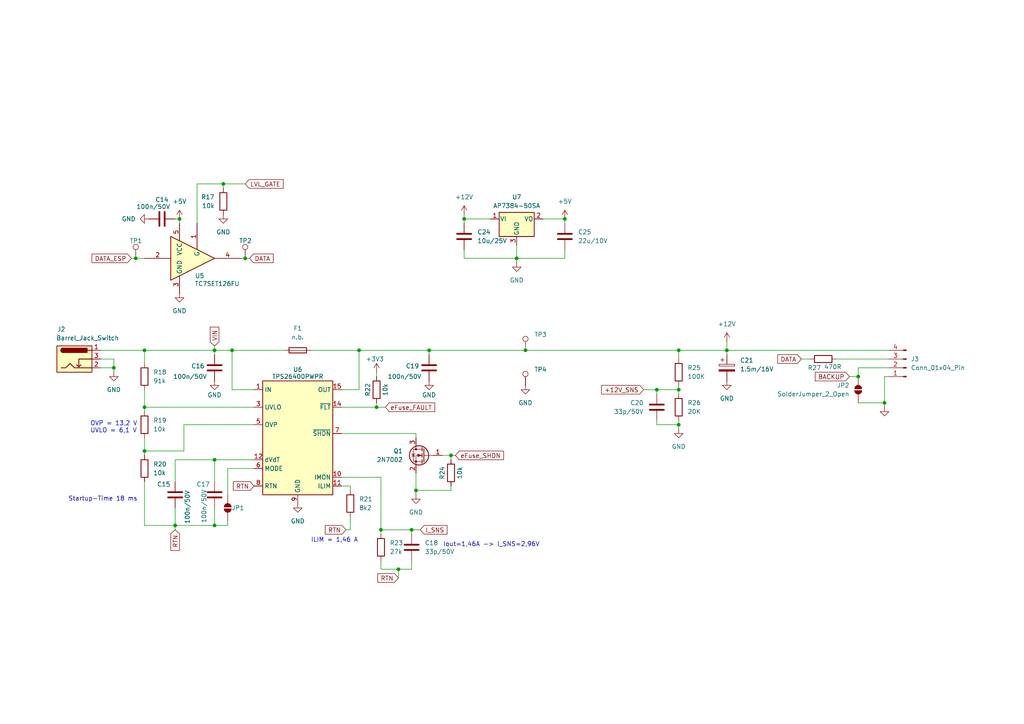
<source format=kicad_sch>
(kicad_sch (version 20231120) (generator "eeschema") (generator_version "8.0")
  (paper "A4")
  (lib_symbols
    (symbol "Connector:Barrel_Jack_Switch" (pin_names hide)
      (property "Reference" "J" (at 0 5.334 0))
      (property "Value" "Barrel_Jack_Switch" (at 0 -5.08 0))
      (symbol "Barrel_Jack_Switch_0_1"
        (rectangle (start -5.08 3.81) (end 5.08 -3.81) (stroke (width 0.254)) (fill (type background)))
        (arc (start -3.302 3.175) (mid -3.9343 2.54) (end -3.302 1.905) (stroke (width 0.254)))
        (arc (start -3.302 3.175) (mid -3.9343 2.54) (end -3.302 1.905) (stroke (width 0.254)) (fill (type outline)))
        (polyline (pts (xy 1.27 -2.286) (xy 1.905 -1.651)) (stroke (width 0.254)))
        (polyline (pts (xy 5.08 2.54) (xy 3.81 2.54)) (stroke (width 0.254)))
        (polyline (pts (xy 5.08 0) (xy 1.27 0) (xy 1.27 -2.286) (xy 0.635 -1.651)) (stroke (width 0.254)))
        (polyline (pts (xy -3.81 -2.54) (xy -2.54 -2.54) (xy -1.27 -1.27) (xy 0 -2.54) (xy 2.54 -2.54) (xy 5.08 -2.54)) (stroke (width 0.254)))
        (rectangle (start 3.683 3.175) (end -3.302 1.905) (stroke (width 0.254)) (fill (type outline)))
      )
      (symbol "Barrel_Jack_Switch_1_1"
        (pin passive line (at 7.62 2.54 180) (length 2.54) (name "~") (number "1"))
        (pin passive line (at 7.62 -2.54 180) (length 2.54) (name "~") (number "2"))
        (pin passive line (at 7.62 0 180) (length 2.54) (name "~") (number "3"))
      )
    )
    (symbol "Connector:Conn_01x04_Pin" (pin_names (offset 1.016) hide)
      (property "Reference" "J" (at 0 5.08 0))
      (property "Value" "Conn_01x04_Pin" (at 0 -7.62 0))
      (symbol "Conn_01x04_Pin_1_1"
        (polyline (pts (xy 1.27 -5.08) (xy 0.8636 -5.08)) (stroke (width 0.1524)))
        (polyline (pts (xy 1.27 -2.54) (xy 0.8636 -2.54)) (stroke (width 0.1524)))
        (polyline (pts (xy 1.27 0) (xy 0.8636 0)) (stroke (width 0.1524)))
        (polyline (pts (xy 1.27 2.54) (xy 0.8636 2.54)) (stroke (width 0.1524)))
        (rectangle (start 0.8636 -4.953) (end 0 -5.207) (stroke (width 0.1524)) (fill (type outline)))
        (rectangle (start 0.8636 -2.413) (end 0 -2.667) (stroke (width 0.1524)) (fill (type outline)))
        (rectangle (start 0.8636 0.127) (end 0 -0.127) (stroke (width 0.1524)) (fill (type outline)))
        (rectangle (start 0.8636 2.667) (end 0 2.413) (stroke (width 0.1524)) (fill (type outline)))
        (pin passive line (at 5.08 2.54 180) (length 3.81) (name "Pin_1") (number "1"))
        (pin passive line (at 5.08 0 180) (length 3.81) (name "Pin_2") (number "2"))
        (pin passive line (at 5.08 -2.54 180) (length 3.81) (name "Pin_3") (number "3"))
        (pin passive line (at 5.08 -5.08 180) (length 3.81) (name "Pin_4") (number "4"))
      )
    )
    (symbol "Connector:TestPoint" (pin_numbers hide) (pin_names (offset 0.762) hide)
      (property "Reference" "TP" (at 0 6.858 0))
      (property "Value" "TestPoint" (at 0 5.08 0))
      (symbol "TestPoint_0_1"
        (circle (center 0 3.302) (radius 0.762))
      )
      (symbol "TestPoint_1_1"
        (pin passive line (at 0 0 90) (length 2.54) (name "1") (number "1"))
      )
    )
    (symbol "Device:C" (pin_numbers hide) (pin_names (offset 0.254))
      (property "Reference" "C" (at 0.635 2.54 0))
      (property "Value" "C" (at 0.635 -2.54 0))
      (symbol "C_0_1"
        (polyline (pts (xy -2.032 -0.762) (xy 2.032 -0.762)) (stroke (width 0.508)))
        (polyline (pts (xy -2.032 0.762) (xy 2.032 0.762)) (stroke (width 0.508)))
      )
      (symbol "C_1_1"
        (pin passive line (at 0 3.81 270) (length 2.794) (name "~") (number "1"))
        (pin passive line (at 0 -3.81 90) (length 2.794) (name "~") (number "2"))
      )
    )
    (symbol "Device:C_Polarized" (pin_numbers hide) (pin_names (offset 0.254))
      (property "Reference" "C" (at 0.635 2.54 0))
      (property "Value" "C_Polarized" (at 0.635 -2.54 0))
      (symbol "C_Polarized_0_1"
        (rectangle (start -2.286 0.508) (end 2.286 1.016))
        (polyline (pts (xy -1.778 2.286) (xy -0.762 2.286)))
        (polyline (pts (xy -1.27 2.794) (xy -1.27 1.778)))
        (rectangle (start 2.286 -0.508) (end -2.286 -1.016) (fill (type outline)))
      )
      (symbol "C_Polarized_1_1"
        (pin passive line (at 0 3.81 270) (length 2.794) (name "~") (number "1"))
        (pin passive line (at 0 -3.81 90) (length 2.794) (name "~") (number "2"))
      )
    )
    (symbol "Device:Fuse" (pin_numbers hide) (pin_names (offset 0))
      (property "Reference" "F" (at 2.032 0 90))
      (property "Value" "Fuse" (at -1.905 0 90))
      (symbol "Fuse_0_1"
        (rectangle (start -0.762 -2.54) (end 0.762 2.54) (stroke (width 0.254)))
        (polyline (pts (xy 0 2.54) (xy 0 -2.54)))
      )
      (symbol "Fuse_1_1"
        (pin passive line (at 0 3.81 270) (length 1.27) (name "~") (number "1"))
        (pin passive line (at 0 -3.81 90) (length 1.27) (name "~") (number "2"))
      )
    )
    (symbol "Device:R" (pin_numbers hide) (pin_names (offset 0))
      (property "Reference" "R" (at 2.032 0 90))
      (property "Value" "R" (at 0 0 90))
      (symbol "R_0_1"
        (rectangle (start -1.016 -2.54) (end 1.016 2.54) (stroke (width 0.254)))
      )
      (symbol "R_1_1"
        (pin passive line (at 0 3.81 270) (length 1.27) (name "~") (number "1"))
        (pin passive line (at 0 -3.81 90) (length 1.27) (name "~") (number "2"))
      )
    )
    (symbol "HWMod_Sym:TC7SET126FU"
      (property "Reference" "U" (at -0.762 -5.588 0))
      (property "Value" "TC7SET126FU" (at 0 0 0))
      (symbol "TC7SET126FU_0_1"
        (polyline (pts (xy -7.62 6.35) (xy -7.62 -6.35) (xy 5.08 0) (xy -7.62 6.35)) (stroke (width 0.254)) (fill (type background)))
      )
      (symbol "TC7SET126FU_1_1"
        (pin input line (at 0 10.16 270) (length 7.62) (name "G") (number "1"))
        (pin input line (at -15.24 0 0) (length 7.62) (name "~") (number "2"))
        (pin power_in line (at -5.08 -10.16 90) (length 5.08) (name "GND") (number "3"))
        (pin tri_state line (at 12.7 0 180) (length 7.62) (name "~") (number "4"))
        (pin power_in line (at -5.08 10.16 270) (length 5.08) (name "VCC") (number "5"))
      )
    )
    (symbol "HWMod_Sym:TPS26400PWPR"
      (property "Reference" "U" (at -8.89 16.51 0))
      (property "Value" "TPS26400PWPR" (at 7.62 16.51 0))
      (symbol "TPS26400PWPR_0_1"
        (rectangle (start -10.16 15.24) (end 10.16 -17.78) (stroke (width 0.254)) (fill (type background)))
      )
      (symbol "TPS26400PWPR_1_0"
        (pin passive line (at -12.7 -15.24 0) (length 2.54) hide (name "RTN") (number "17"))
      )
      (symbol "TPS26400PWPR_1_1"
        (pin input line (at -12.7 12.7 0) (length 2.54) (name "IN") (number "1"))
        (pin passive line (at 12.7 -12.7 180) (length 2.54) (name "IMON") (number "10"))
        (pin passive line (at 12.7 -15.24 180) (length 2.54) (name "ILIM") (number "11"))
        (pin passive line (at -12.7 -7.62 0) (length 2.54) (name "dVdT") (number "12"))
        (pin no_connect line (at 0 -6.35 0) (length 2.54) hide (name "NC") (number "13"))
        (pin output line (at 12.7 7.62 180) (length 2.54) (name "~{FLT}") (number "14"))
        (pin output line (at 12.7 12.7 180) (length 2.54) (name "OUT") (number "15"))
        (pin output line (at 12.7 12.7 180) (length 2.54) hide (name "OUT") (number "16"))
        (pin input line (at -12.7 12.7 0) (length 2.54) hide (name "IN") (number "2"))
        (pin passive line (at -12.7 7.62 0) (length 2.54) (name "UVLO") (number "3"))
        (pin no_connect line (at 0 -6.35 0) (length 2.54) hide (name "NC") (number "4"))
        (pin passive line (at -12.7 2.54 0) (length 2.54) (name "OVP") (number "5"))
        (pin passive line (at -12.7 -10.16 0) (length 2.54) (name "MODE") (number "6"))
        (pin passive line (at 12.7 0 180) (length 2.54) (name "~{SHDN}") (number "7"))
        (pin passive line (at -12.7 -15.24 0) (length 2.54) (name "RTN") (number "8"))
        (pin power_in line (at 0 -20.32 90) (length 2.54) (name "GND") (number "9"))
      )
    )
    (symbol "Jumper:SolderJumper_2_Open" (pin_numbers hide) (pin_names (offset 0) hide) (exclude_from_sim yes) (in_bom no)
      (property "Reference" "JP" (at 0 2.032 0))
      (property "Value" "SolderJumper_2_Open" (at 0 -2.54 0))
      (symbol "SolderJumper_2_Open_0_1"
        (arc (start -0.254 1.016) (mid -1.2656 0) (end -0.254 -1.016))
        (arc (start -0.254 1.016) (mid -1.2656 0) (end -0.254 -1.016) (fill (type outline)))
        (polyline (pts (xy -0.254 1.016) (xy -0.254 -1.016)))
        (polyline (pts (xy 0.254 1.016) (xy 0.254 -1.016)))
        (arc (start 0.254 -1.016) (mid 1.2656 0) (end 0.254 1.016))
        (arc (start 0.254 -1.016) (mid 1.2656 0) (end 0.254 1.016) (fill (type outline)))
      )
      (symbol "SolderJumper_2_Open_1_1"
        (pin passive line (at -3.81 0 0) (length 2.54) (name "A") (number "1"))
        (pin passive line (at 3.81 0 180) (length 2.54) (name "B") (number "2"))
      )
    )
    (symbol "Regulator_Linear:AP7384-50SA" (pin_names (offset 0.254))
      (property "Reference" "U" (at -3.81 3.175 0))
      (property "Value" "AP7384-50SA" (at 0 3.175 0))
      (symbol "AP7384-50SA_0_1"
        (rectangle (start -5.08 1.905) (end 5.08 -5.08) (stroke (width 0.254)) (fill (type background)))
      )
      (symbol "AP7384-50SA_1_1"
        (pin power_in line (at -7.62 0 0) (length 2.54) (name "VI") (number "1"))
        (pin power_out line (at 7.62 0 180) (length 2.54) (name "VO") (number "2"))
        (pin power_in line (at 0 -7.62 90) (length 2.54) (name "GND") (number "3"))
      )
    )
    (symbol "Transistor_FET:2N7002" (pin_names hide)
      (property "Reference" "Q" (at 5.08 1.905 0))
      (property "Value" "2N7002" (at 5.08 0 0))
      (symbol "2N7002_0_1"
        (polyline (pts (xy 0.254 0) (xy -2.54 0)))
        (polyline (pts (xy 0.254 1.905) (xy 0.254 -1.905)) (stroke (width 0.254)))
        (polyline (pts (xy 0.762 -1.27) (xy 0.762 -2.286)) (stroke (width 0.254)))
        (polyline (pts (xy 0.762 0.508) (xy 0.762 -0.508)) (stroke (width 0.254)))
        (polyline (pts (xy 0.762 2.286) (xy 0.762 1.27)) (stroke (width 0.254)))
        (polyline (pts (xy 2.54 2.54) (xy 2.54 1.778)))
        (polyline (pts (xy 2.54 -2.54) (xy 2.54 0) (xy 0.762 0)))
        (polyline (pts (xy 0.762 -1.778) (xy 3.302 -1.778) (xy 3.302 1.778) (xy 0.762 1.778)))
        (polyline (pts (xy 1.016 0) (xy 2.032 0.381) (xy 2.032 -0.381) (xy 1.016 0)) (fill (type outline)))
        (polyline (pts (xy 2.794 0.508) (xy 2.921 0.381) (xy 3.683 0.381) (xy 3.81 0.254)))
        (polyline (pts (xy 3.302 0.381) (xy 2.921 -0.254) (xy 3.683 -0.254) (xy 3.302 0.381)))
        (circle (center 1.651 0) (radius 2.794) (stroke (width 0.254)))
        (circle (center 2.54 -1.778) (radius 0.254) (fill (type outline)))
        (circle (center 2.54 1.778) (radius 0.254) (fill (type outline)))
      )
      (symbol "2N7002_1_1"
        (pin input line (at -5.08 0 0) (length 2.54) (name "G") (number "1"))
        (pin passive line (at 2.54 -5.08 90) (length 2.54) (name "S") (number "2"))
        (pin passive line (at 2.54 5.08 270) (length 2.54) (name "D") (number "3"))
      )
    )
    (symbol "power:+12V" (power) (pin_numbers hide) (pin_names (offset 0) hide)
      (property "Value" "+12V" (at 0 3.556 0))
      (symbol "+12V_0_1"
        (polyline (pts (xy -0.762 1.27) (xy 0 2.54)))
        (polyline (pts (xy 0 0) (xy 0 2.54)))
        (polyline (pts (xy 0 2.54) (xy 0.762 1.27)))
      )
      (symbol "+12V_1_1"
        (pin power_in line (at 0 0 90) (length 0) (name "~") (number "1"))
      )
    )
    (symbol "power:+3V3" (power) (pin_numbers hide) (pin_names (offset 0) hide)
      (property "Value" "+3V3" (at 0 3.556 0))
      (symbol "+3V3_0_1"
        (polyline (pts (xy -0.762 1.27) (xy 0 2.54)))
        (polyline (pts (xy 0 0) (xy 0 2.54)))
        (polyline (pts (xy 0 2.54) (xy 0.762 1.27)))
      )
      (symbol "+3V3_1_1"
        (pin power_in line (at 0 0 90) (length 0) (name "~") (number "1"))
      )
    )
    (symbol "power:+5V" (power) (pin_numbers hide) (pin_names (offset 0) hide)
      (property "Value" "+5V" (at 0 3.556 0))
      (symbol "+5V_0_1"
        (polyline (pts (xy -0.762 1.27) (xy 0 2.54)))
        (polyline (pts (xy 0 0) (xy 0 2.54)))
        (polyline (pts (xy 0 2.54) (xy 0.762 1.27)))
      )
      (symbol "+5V_1_1"
        (pin power_in line (at 0 0 90) (length 0) (name "~") (number "1"))
      )
    )
    (symbol "power:GND" (power) (pin_numbers hide) (pin_names (offset 0) hide)
      (property "Value" "GND" (at 0 -3.81 0))
      (symbol "GND_0_1"
        (polyline (pts (xy 0 0) (xy 0 -1.27) (xy 1.27 -1.27) (xy 0 -2.54) (xy -1.27 -1.27) (xy 0 -1.27)))
      )
      (symbol "GND_1_1"
        (pin power_in line (at 0 0 270) (length 0) (name "~") (number "1"))
      )
    )
  )
  (junction (at 64.77 53.34))
  (junction (at 50.8 152.4))
  (junction (at 149.86 74.93))
  (junction (at 256.54 116.84))
  (junction (at 110.49 153.67))
  (junction (at 134.62 63.5))
  (junction (at 248.92 109.22))
  (junction (at 190.5 113.03))
  (junction (at 52.07 63.5))
  (junction (at 152.4 101.6))
  (junction (at 62.23 101.6))
  (junction (at 124.46 101.6))
  (junction (at 196.85 123.19))
  (junction (at 41.91 118.11))
  (junction (at 210.82 101.6))
  (junction (at 33.02 106.68))
  (junction (at 115.57 165.1))
  (junction (at 104.14 101.6))
  (junction (at 41.91 101.6))
  (junction (at 71.12 74.93))
  (junction (at 196.85 101.6))
  (junction (at 109.22 118.11))
  (junction (at 67.31 101.6))
  (junction (at 62.23 152.4))
  (junction (at 41.91 130.81))
  (junction (at 62.23 133.35))
  (junction (at 130.81 132.08))
  (junction (at 119.38 153.67))
  (junction (at 120.65 142.24))
  (junction (at 163.83 63.5))
  (junction (at 39.37 74.93))
  (junction (at 196.85 113.03))
  (wire (pts (xy 50.8 63.5) (xy 52.07 63.5)))
  (wire (pts (xy 72.39 74.93) (xy 71.12 74.93)))
  (wire (pts (xy 100.33 153.67) (xy 101.6 153.67)))
  (wire (pts (xy 73.66 133.35) (xy 62.23 133.35)))
  (wire (pts (xy 62.23 101.6) (xy 67.31 101.6)))
  (wire (pts (xy 62.23 100.33) (xy 62.23 101.6)))
  (wire (pts (xy 41.91 118.11) (xy 41.91 119.38)))
  (wire (pts (xy 90.17 101.6) (xy 104.14 101.6)))
  (wire (pts (xy 67.31 113.03) (xy 73.66 113.03)))
  (wire (pts (xy 33.02 106.68) (xy 33.02 107.95)))
  (wire (pts (xy 109.22 107.95) (xy 109.22 109.22)))
  (wire (pts (xy 128.27 132.08) (xy 130.81 132.08)))
  (wire (pts (xy 196.85 123.19) (xy 196.85 121.92)))
  (wire (pts (xy 134.62 63.5) (xy 142.24 63.5)))
  (wire (pts (xy 110.49 162.56) (xy 110.49 165.1)))
  (wire (pts (xy 248.92 106.68) (xy 257.81 106.68)))
  (wire (pts (xy 41.91 152.4) (xy 41.91 139.7)))
  (wire (pts (xy 210.82 102.87) (xy 210.82 101.6)))
  (wire (pts (xy 196.85 101.6) (xy 196.85 104.14)))
  (wire (pts (xy 41.91 118.11) (xy 73.66 118.11)))
  (wire (pts (xy 110.49 153.67) (xy 110.49 154.94)))
  (wire (pts (xy 256.54 116.84) (xy 256.54 118.11)))
  (wire (pts (xy 99.06 113.03) (xy 104.14 113.03)))
  (wire (pts (xy 64.77 53.34) (xy 71.12 53.34)))
  (wire (pts (xy 41.91 130.81) (xy 41.91 132.08)))
  (wire (pts (xy 109.22 118.11) (xy 111.76 118.11)))
  (wire (pts (xy 134.62 74.93) (xy 149.86 74.93)))
  (wire (pts (xy 50.8 147.32) (xy 50.8 152.4)))
  (wire (pts (xy 66.04 151.13) (xy 66.04 152.4)))
  (wire (pts (xy 248.92 116.84) (xy 256.54 116.84)))
  (wire (pts (xy 29.21 101.6) (xy 41.91 101.6)))
  (wire (pts (xy 163.83 72.39) (xy 163.83 74.93)))
  (wire (pts (xy 67.31 101.6) (xy 67.31 113.03)))
  (wire (pts (xy 64.77 53.34) (xy 57.15 53.34)))
  (wire (pts (xy 99.06 118.11) (xy 109.22 118.11)))
  (wire (pts (xy 53.34 123.19) (xy 53.34 130.81)))
  (wire (pts (xy 29.21 106.68) (xy 33.02 106.68)))
  (wire (pts (xy 186.69 113.03) (xy 190.5 113.03)))
  (wire (pts (xy 57.15 53.34) (xy 57.15 64.77)))
  (wire (pts (xy 149.86 74.93) (xy 149.86 76.2)))
  (wire (pts (xy 73.66 135.89) (xy 66.04 135.89)))
  (wire (pts (xy 157.48 63.5) (xy 163.83 63.5)))
  (wire (pts (xy 210.82 101.6) (xy 257.81 101.6)))
  (wire (pts (xy 190.5 113.03) (xy 190.5 114.3)))
  (wire (pts (xy 130.81 132.08) (xy 132.08 132.08)))
  (wire (pts (xy 99.06 140.97) (xy 101.6 140.97)))
  (wire (pts (xy 119.38 165.1) (xy 119.38 162.56)))
  (wire (pts (xy 66.04 135.89) (xy 66.04 143.51)))
  (wire (pts (xy 130.81 140.97) (xy 130.81 142.24)))
  (wire (pts (xy 110.49 165.1) (xy 115.57 165.1)))
  (wire (pts (xy 50.8 153.67) (xy 50.8 152.4)))
  (wire (pts (xy 50.8 139.7) (xy 50.8 133.35)))
  (wire (pts (xy 196.85 113.03) (xy 196.85 114.3)))
  (wire (pts (xy 124.46 102.87) (xy 124.46 101.6)))
  (wire (pts (xy 242.57 104.14) (xy 257.81 104.14)))
  (wire (pts (xy 163.83 64.77) (xy 163.83 63.5)))
  (wire (pts (xy 246.38 109.22) (xy 248.92 109.22)))
  (wire (pts (xy 248.92 106.68) (xy 248.92 109.22)))
  (wire (pts (xy 104.14 101.6) (xy 124.46 101.6)))
  (wire (pts (xy 101.6 153.67) (xy 101.6 149.86)))
  (wire (pts (xy 190.5 121.92) (xy 190.5 123.19)))
  (wire (pts (xy 41.91 113.03) (xy 41.91 118.11)))
  (wire (pts (xy 38.1 74.93) (xy 39.37 74.93)))
  (wire (pts (xy 130.81 132.08) (xy 130.81 133.35)))
  (wire (pts (xy 41.91 101.6) (xy 62.23 101.6)))
  (wire (pts (xy 50.8 133.35) (xy 62.23 133.35)))
  (wire (pts (xy 134.62 62.23) (xy 134.62 63.5)))
  (wire (pts (xy 120.65 125.73) (xy 120.65 127)))
  (wire (pts (xy 119.38 153.67) (xy 110.49 153.67)))
  (wire (pts (xy 119.38 153.67) (xy 121.92 153.67)))
  (wire (pts (xy 82.55 101.6) (xy 67.31 101.6)))
  (wire (pts (xy 124.46 101.6) (xy 152.4 101.6)))
  (wire (pts (xy 256.54 109.22) (xy 256.54 116.84)))
  (wire (pts (xy 210.82 101.6) (xy 210.82 99.06)))
  (wire (pts (xy 115.57 165.1) (xy 119.38 165.1)))
  (wire (pts (xy 110.49 153.67) (xy 110.49 138.43)))
  (wire (pts (xy 119.38 153.67) (xy 119.38 154.94)))
  (wire (pts (xy 134.62 63.5) (xy 134.62 64.77)))
  (wire (pts (xy 152.4 101.6) (xy 196.85 101.6)))
  (wire (pts (xy 134.62 72.39) (xy 134.62 74.93)))
  (wire (pts (xy 99.06 125.73) (xy 120.65 125.73)))
  (wire (pts (xy 101.6 140.97) (xy 101.6 142.24)))
  (wire (pts (xy 62.23 152.4) (xy 66.04 152.4)))
  (wire (pts (xy 109.22 118.11) (xy 109.22 116.84)))
  (wire (pts (xy 232.41 104.14) (xy 234.95 104.14)))
  (wire (pts (xy 39.37 74.93) (xy 41.91 74.93)))
  (wire (pts (xy 62.23 102.87) (xy 62.23 101.6)))
  (wire (pts (xy 62.23 133.35) (xy 62.23 139.7)))
  (wire (pts (xy 41.91 152.4) (xy 50.8 152.4)))
  (wire (pts (xy 71.12 74.93) (xy 69.85 74.93)))
  (wire (pts (xy 41.91 127) (xy 41.91 130.81)))
  (wire (pts (xy 50.8 152.4) (xy 62.23 152.4)))
  (wire (pts (xy 33.02 104.14) (xy 33.02 106.68)))
  (wire (pts (xy 41.91 130.81) (xy 53.34 130.81)))
  (wire (pts (xy 41.91 101.6) (xy 41.91 105.41)))
  (wire (pts (xy 29.21 104.14) (xy 33.02 104.14)))
  (wire (pts (xy 196.85 101.6) (xy 210.82 101.6)))
  (wire (pts (xy 73.66 123.19) (xy 53.34 123.19)))
  (wire (pts (xy 62.23 147.32) (xy 62.23 152.4)))
  (wire (pts (xy 64.77 53.34) (xy 64.77 54.61)))
  (wire (pts (xy 190.5 123.19) (xy 196.85 123.19)))
  (wire (pts (xy 149.86 74.93) (xy 163.83 74.93)))
  (wire (pts (xy 149.86 71.12) (xy 149.86 74.93)))
  (wire (pts (xy 190.5 113.03) (xy 196.85 113.03)))
  (wire (pts (xy 196.85 111.76) (xy 196.85 113.03)))
  (wire (pts (xy 110.49 138.43) (xy 99.06 138.43)))
  (wire (pts (xy 52.07 63.5) (xy 52.07 64.77)))
  (wire (pts (xy 120.65 142.24) (xy 120.65 137.16)))
  (wire (pts (xy 196.85 124.46) (xy 196.85 123.19)))
  (wire (pts (xy 104.14 101.6) (xy 104.14 113.03)))
  (wire (pts (xy 257.81 109.22) (xy 256.54 109.22)))
  (wire (pts (xy 115.57 165.1) (xy 115.57 167.64)))
  (wire (pts (xy 120.65 143.51) (xy 120.65 142.24)))
  (wire (pts (xy 130.81 142.24) (xy 120.65 142.24)))
  (text "Iout=1,46A -> I_SNS=2,96V" (at 128.524 157.988 0) (effects (font (size 1.27 1.27)) (justify left)))
  (text "ILIM = 1,46 A" (at 90.17 156.718 0) (effects (font (size 1.27 1.27)) (justify left)))
  (text "Startup-Time 18 ms " (at 19.812 144.78 0) (effects (font (size 1.27 1.27)) (justify left)))
  (text "OVP = 13,2 V\nUVLO = 6,1 V" (at 26.162 123.952 0) (effects (font (size 1.27 1.27)) (justify left)))
  (global_label "VIN" (shape input) (at 62.23 100.33 90) (property "Intersheetrefs" "${INTERSHEET_REFS}" (effects (hide yes))))
  (global_label "+12V_SNS" (shape input) (at 186.69 113.03 180) (property "Intersheetrefs" "${INTERSHEET_REFS}" (effects (hide yes))))
  (global_label "DATA_ESP" (shape input) (at 38.1 74.93 180) (property "Intersheetrefs" "${INTERSHEET_REFS}" (effects (hide yes))))
  (global_label "BACKUP" (shape input) (at 246.38 109.22 180) (property "Intersheetrefs" "${INTERSHEET_REFS}" (effects (hide yes))))
  (global_label "DATA" (shape input) (at 232.41 104.14 180) (property "Intersheetrefs" "${INTERSHEET_REFS}" (effects (hide yes))))
  (global_label "RTN" (shape input) (at 73.66 140.97 180) (property "Intersheetrefs" "${INTERSHEET_REFS}" (effects (hide yes))))
  (global_label "I_SNS" (shape input) (at 121.92 153.67 0) (property "Intersheetrefs" "${INTERSHEET_REFS}" (effects (hide yes))))
  (global_label "RTN" (shape input) (at 100.33 153.67 180) (property "Intersheetrefs" "${INTERSHEET_REFS}" (effects (hide yes))))
  (global_label "eFuse_SHDN" (shape input) (at 132.08 132.08 0) (property "Intersheetrefs" "${INTERSHEET_REFS}" (effects (hide yes))))
  (global_label "DATA" (shape input) (at 72.39 74.93 0) (property "Intersheetrefs" "${INTERSHEET_REFS}" (effects (hide yes))))
  (global_label "eFuse_FAULT" (shape input) (at 111.76 118.11 0) (property "Intersheetrefs" "${INTERSHEET_REFS}" (effects (hide yes))))
  (global_label "LVL_GATE" (shape input) (at 71.12 53.34 0) (property "Intersheetrefs" "${INTERSHEET_REFS}" (effects (hide yes))))
  (global_label "RTN" (shape input) (at 50.8 153.67 270) (property "Intersheetrefs" "${INTERSHEET_REFS}" (effects (hide yes))))
  (global_label "RTN" (shape input) (at 115.57 167.64 180) (property "Intersheetrefs" "${INTERSHEET_REFS}" (effects (hide yes))))
  (symbol (lib_id "power:+12V") (at 210.82 99.06 0) (unit 1)
    (property "Reference" "#PWR041" (effects (hide yes)))
    (property "Value" "+12V" (at 210.82 93.98 0))
    (property "Description" "Power symbol creates a global label with name \"+12V\"" (effects (hide yes)))
  )
  (symbol (lib_id "Connector:Barrel_Jack_Switch") (at 21.59 104.14 0) (unit 1)
    (property "Reference" "J2" (at 17.78 95.504 0))
    (property "Value" "Barrel_Jack_Switch" (at 25.4 98.044 0))
    (property "Footprint" "Connector_BarrelJack:BarrelJack_GCT_DCJ200-10-A_Horizontal" (effects (hide yes)))
    (property "Datasheet" "https://www.mouser.de/datasheet/2/837/DCJ200_10-2888303.pdf" (effects (hide yes)))
    (property "Description" "DC Barrel Jack with an internal switch" (effects (hide yes)))
    (property "MPN" "640-DCJ200-10-A-K1-K" (effects (hide yes)))
    (property "ID" "mmustermann" (effects (hide yes)))
  )
  (symbol (lib_id "Device:R") (at 41.91 123.19 180) (unit 1)
    (property "Reference" "R19" (at 44.45 121.9199 0) (effects (justify right)))
    (property "Value" "10k" (at 44.45 124.4599 0) (effects (justify right)))
    (property "Footprint" "Resistor_SMD:R_0603_1608Metric" (effects (hide yes)))
    (property "Description" "Resistor" (effects (hide yes)))
  )
  (symbol (lib_id "power:GND") (at 149.86 76.2 0) (unit 1)
    (property "Reference" "#PWR053" (effects (hide yes)))
    (property "Value" "GND" (at 149.86 81.28 0))
    (property "Description" "Power symbol creates a global label with name \"GND\" , ground" (effects (hide yes)))
  )
  (symbol (lib_id "power:+3V3") (at 109.22 107.95 0) (unit 1)
    (property "Reference" "#PWR036" (effects (hide yes)))
    (property "Value" "+3V3" (at 108.712 104.14 0))
    (property "Description" "Power symbol creates a global label with name \"+3V3\"" (effects (hide yes)))
  )
  (symbol (lib_id "Device:R") (at 101.6 146.05 180) (unit 1)
    (property "Reference" "R21" (at 104.14 144.7799 0) (effects (justify right)))
    (property "Value" "8k2" (at 104.14 147.3199 0) (effects (justify right)))
    (property "Footprint" "Resistor_SMD:R_0603_1608Metric" (effects (hide yes)))
    (property "Description" "Resistor" (effects (hide yes)))
  )
  (symbol (lib_id "Device:C") (at 134.62 68.58 0) (unit 1)
    (property "Reference" "C24" (at 138.43 67.3099 0) (effects (justify left)))
    (property "Value" "10u/25V" (at 138.43 69.8499 0) (effects (justify left)))
    (property "Footprint" "Capacitor_SMD:C_1206_3216Metric" (effects (hide yes)))
    (property "Description" "Unpolarized capacitor" (effects (hide yes)))
  )
  (symbol (lib_id "Device:C_Polarized") (at 210.82 106.68 0) (unit 1)
    (property "Reference" "C21" (at 214.63 104.5209 0) (effects (justify left)))
    (property "Value" "1.5m/16V" (at 214.63 107.0609 0) (effects (justify left)))
    (property "Footprint" "Capacitor_THT:CP_Radial_D10.0mm_P5.00mm" (effects (hide yes)))
    (property "Description" "Polarized capacitor" (effects (hide yes)))
    (property "MPN" "710-860020375019" (effects (hide yes)))
    (property "ID" "mmustermann" (effects (hide yes)))
  )
  (symbol (lib_id "Connector:Conn_01x04_Pin") (at 262.89 106.68 180) (unit 1)
    (property "Reference" "J3" (at 264.16 104.1399 0) (effects (justify right)))
    (property "Value" "Conn_01x04_Pin" (at 264.16 106.6799 0) (effects (justify right)))
    (property "Footprint" "Connector_JST:JST_XH_B4B-XH-A_1x04_P2.50mm_Vertical" (effects (hide yes)))
    (property "Description" "Generic connector, single row, 01x04, script generated" (effects (hide yes)))
  )
  (symbol (lib_id "Device:R") (at 196.85 107.95 180) (unit 1)
    (property "Reference" "R25" (at 199.39 106.6799 0) (effects (justify right)))
    (property "Value" "100K" (at 199.39 109.2199 0) (effects (justify right)))
    (property "Footprint" "Resistor_SMD:R_0603_1608Metric" (effects (hide yes)))
    (property "Description" "Resistor" (effects (hide yes)))
  )
  (symbol (lib_id "Device:C") (at 50.8 143.51 0) (mirror x) (unit 1)
    (property "Reference" "C15" (at 47.498 140.462 0))
    (property "Value" "100n/50V" (at 54.356 147.066 90))
    (property "Footprint" "Capacitor_SMD:C_0603_1608Metric" (effects (hide yes)))
    (property "Description" "Unpolarized capacitor" (effects (hide yes)))
  )
  (symbol (lib_id "Device:C") (at 62.23 106.68 0) (mirror x) (unit 1)
    (property "Reference" "C16" (at 57.404 106.172 0))
    (property "Value" "100n/50V" (at 55.118 109.22 0))
    (property "Footprint" "Capacitor_SMD:C_0603_1608Metric" (effects (hide yes)))
    (property "Description" "Unpolarized capacitor" (effects (hide yes)))
  )
  (symbol (lib_id "power:GND") (at 124.46 110.49 0) (unit 1)
    (property "Reference" "#PWR038" (effects (hide yes)))
    (property "Value" "GND" (at 126.492 114.554 0) (effects (justify right)))
    (property "Description" "Power symbol creates a global label with name \"GND\" , ground" (effects (hide yes)))
  )
  (symbol (lib_id "Device:C") (at 124.46 106.68 0) (mirror x) (unit 1)
    (property "Reference" "C19" (at 119.634 106.172 0))
    (property "Value" "100n/50V" (at 117.348 109.22 0))
    (property "Footprint" "Capacitor_SMD:C_0603_1608Metric" (effects (hide yes)))
    (property "Description" "Unpolarized capacitor" (effects (hide yes)))
  )
  (symbol (lib_id "power:GND") (at 86.36 146.05 0) (unit 1)
    (property "Reference" "#PWR035" (effects (hide yes)))
    (property "Value" "GND" (at 86.36 151.13 0))
    (property "Description" "Power symbol creates a global label with name \"GND\" , ground" (effects (hide yes)))
  )
  (symbol (lib_id "power:GND") (at 256.54 118.11 0) (unit 1)
    (property "Reference" "#PWR043" (effects (hide yes)))
    (property "Value" "GND" (effects (hide yes)))
    (property "Description" "Power symbol creates a global label with name \"GND\" , ground" (effects (hide yes)))
  )
  (symbol (lib_id "Device:C") (at 62.23 143.51 0) (mirror x) (unit 1)
    (property "Reference" "C17" (at 58.928 140.462 0))
    (property "Value" "100n/50V" (at 59.182 146.812 90))
    (property "Footprint" "Capacitor_SMD:C_0603_1608Metric" (effects (hide yes)))
    (property "Description" "Unpolarized capacitor" (effects (hide yes)))
  )
  (symbol (lib_id "Device:C") (at 119.38 158.75 0) (unit 1)
    (property "Reference" "C18" (at 123.19 157.4799 0) (effects (justify left)))
    (property "Value" "33p/50V" (at 123.19 160.0199 0) (effects (justify left)))
    (property "Footprint" "Capacitor_SMD:C_0603_1608Metric" (effects (hide yes)))
    (property "Description" "Unpolarized capacitor" (effects (hide yes)))
  )
  (symbol (lib_id "power:GND") (at 52.07 85.09 0) (mirror y) (unit 1)
    (property "Reference" "#PWR031" (effects (hide yes)))
    (property "Value" "GND" (at 52.07 90.17 0))
    (property "Description" "Power symbol creates a global label with name \"GND\" , ground" (effects (hide yes)))
  )
  (symbol (lib_id "Device:R") (at 196.85 118.11 180) (unit 1)
    (property "Reference" "R26" (at 199.39 116.8399 0) (effects (justify right)))
    (property "Value" "20K" (at 199.39 119.3799 0) (effects (justify right)))
    (property "Footprint" "Resistor_SMD:R_0603_1608Metric" (effects (hide yes)))
    (property "Description" "Resistor" (effects (hide yes)))
  )
  (symbol (lib_id "Jumper:SolderJumper_2_Open") (at 66.04 147.32 270) (unit 1) (exclude_from_sim yes) (in_bom no)
    (property "Reference" "JP1" (at 70.866 147.32 90) (effects (justify right)))
    (property "Value" "SolderJumper_2_Open" (effects (hide yes)))
    (property "Footprint" "Jumper:SolderJumper-2_P1.3mm_Open_Pad1.0x1.5mm" (effects (hide yes)))
    (property "Description" "Solder Jumper, 2-pole, open" (effects (hide yes)))
  )
  (symbol (lib_id "power:+5V") (at 163.83 63.5 0) (unit 1)
    (property "Reference" "#PWR054" (effects (hide yes)))
    (property "Value" "+5V" (at 163.83 58.42 0))
    (property "Description" "Power symbol creates a global label with name \"+5V\"" (effects (hide yes)))
  )
  (symbol (lib_id "Device:C") (at 190.5 118.11 0) (mirror y) (unit 1)
    (property "Reference" "C20" (at 186.69 116.8399 0) (effects (justify left)))
    (property "Value" "33p/50V" (at 186.69 119.3799 0) (effects (justify left)))
    (property "Footprint" "Capacitor_SMD:C_0603_1608Metric" (effects (hide yes)))
    (property "Description" "Unpolarized capacitor" (effects (hide yes)))
  )
  (symbol (lib_id "Device:R") (at 109.22 113.03 180) (unit 1)
    (property "Reference" "R22" (at 106.68 113.03 90))
    (property "Value" "10k" (at 111.76 113.03 90))
    (property "Footprint" "Resistor_SMD:R_0603_1608Metric" (effects (hide yes)))
    (property "Description" "Resistor" (effects (hide yes)))
  )
  (symbol (lib_id "Connector:TestPoint") (at 152.4 101.6 0) (unit 1)
    (property "Reference" "TP3" (at 154.94 97.0279 0) (effects (justify left)))
    (property "Value" "TestPoint" (effects (hide yes)))
    (property "Footprint" "TestPoint:TestPoint_Pad_D1.0mm" (effects (hide yes)))
    (property "Description" "test point" (effects (hide yes)))
  )
  (symbol (lib_id "Device:Fuse") (at 86.36 101.6 90) (unit 1)
    (property "Reference" "F1" (at 86.36 95.25 90))
    (property "Value" "n.b." (at 86.36 97.79 90))
    (property "Footprint" "Fuse:Fuse_1206_3216Metric" (effects (hide yes)))
    (property "Description" "Fuse" (effects (hide yes)))
    (property "MPN" "530-C1T3" (effects (hide yes)))
  )
  (symbol (lib_id "HWMod_Sym:TPS26400PWPR") (at 86.36 125.73 0) (unit 1)
    (property "Reference" "U6" (at 86.36 107.188 0))
    (property "Value" "TPS26400PWPR" (at 86.36 109.22 0))
    (property "Footprint" "Package_SO:HTSSOP-16-1EP_4.4x5mm_P0.65mm_EP3x3mm" (effects (hide yes)))
    (property "Datasheet" "https://www.ti.com/lit/ds/symlink/tps2640.pdf?ts=1715366021215&ref_url=https%253A%252F%252Fwww.ti.com%252Fpower-management%252Fpower-switches%252Fefuse-hotswap-controllers%252Fproducts.html" (effects (hide yes)))
    (property "Description" "42-V, 2-A eFuse with Integrated Reverse Input Polarity Protection" (effects (hide yes)))
    (property "MPN" "595-TPS26400PWPR" (effects (hide yes)))
  )
  (symbol (lib_id "power:+5V") (at 52.07 63.5 0) (unit 1)
    (property "Reference" "#PWR030" (effects (hide yes)))
    (property "Value" "+5V" (at 52.07 58.42 0))
    (property "Description" "Power symbol creates a global label with name \"+5V\"" (effects (hide yes)))
  )
  (symbol (lib_id "power:GND") (at 64.77 62.23 0) (mirror y) (unit 1)
    (property "Reference" "#PWR032" (effects (hide yes)))
    (property "Value" "GND" (at 64.77 67.31 0))
    (property "Description" "Power symbol creates a global label with name \"GND\" , ground" (effects (hide yes)))
  )
  (symbol (lib_id "Device:C") (at 46.99 63.5 270) (mirror x) (unit 1)
    (property "Reference" "C14" (at 46.99 57.912 90))
    (property "Value" "100n/50V" (at 44.45 59.944 90))
    (property "Footprint" "Capacitor_SMD:C_0603_1608Metric" (effects (hide yes)))
    (property "Description" "Unpolarized capacitor" (effects (hide yes)))
  )
  (symbol (lib_id "Connector:TestPoint") (at 152.4 111.76 0) (unit 1)
    (property "Reference" "TP4" (at 154.94 107.1879 0) (effects (justify left)))
    (property "Value" "TestPoint" (effects (hide yes)))
    (property "Footprint" "TestPoint:TestPoint_Pad_D1.0mm" (effects (hide yes)))
    (property "Description" "test point" (effects (hide yes)))
  )
  (symbol (lib_id "Transistor_FET:2N7002") (at 123.19 132.08 0) (mirror y) (unit 1)
    (property "Reference" "Q1" (at 116.84 130.8099 0) (effects (justify left)))
    (property "Value" "2N7002" (at 116.84 133.3499 0) (effects (justify left)))
    (property "Footprint" "Package_TO_SOT_SMD:SOT-23" (effects (hide yes)))
    (property "Datasheet" "https://www.onsemi.com/pub/Collateral/NDS7002A-D.PDF" (effects (hide yes)))
    (property "Description" "0.115A Id, 60V Vds, N-Channel MOSFET, SOT-23" (effects (hide yes)))
    (property "MPN" "637-2N7002" (effects (hide yes)))
  )
  (symbol (lib_id "power:GND") (at 196.85 124.46 0) (unit 1)
    (property "Reference" "#PWR040" (effects (hide yes)))
    (property "Value" "GND" (at 196.85 129.54 0))
    (property "Description" "Power symbol creates a global label with name \"GND\" , ground" (effects (hide yes)))
  )
  (symbol (lib_id "power:GND") (at 210.82 110.49 0) (unit 1)
    (property "Reference" "#PWR042" (effects (hide yes)))
    (property "Value" "GND" (at 210.82 115.57 0))
    (property "Description" "Power symbol creates a global label with name \"GND\" , ground" (effects (hide yes)))
  )
  (symbol (lib_id "power:+12V") (at 134.62 62.23 0) (unit 1)
    (property "Reference" "#PWR052" (effects (hide yes)))
    (property "Value" "+12V" (at 134.62 57.15 0))
    (property "Description" "Power symbol creates a global label with name \"+12V\"" (effects (hide yes)))
  )
  (symbol (lib_id "power:GND") (at 62.23 110.49 0) (unit 1)
    (property "Reference" "#PWR034" (effects (hide yes)))
    (property "Value" "GND" (at 64.262 114.554 0) (effects (justify right)))
    (property "Description" "Power symbol creates a global label with name \"GND\" , ground" (effects (hide yes)))
  )
  (symbol (lib_id "Device:R") (at 64.77 58.42 0) (mirror y) (unit 1)
    (property "Reference" "R17" (at 62.23 57.1499 0) (effects (justify left)))
    (property "Value" "10k" (at 62.23 59.6899 0) (effects (justify left)))
    (property "Footprint" "Resistor_SMD:R_0603_1608Metric" (effects (hide yes)))
    (property "Description" "Resistor" (effects (hide yes)))
  )
  (symbol (lib_id "power:GND") (at 120.65 143.51 0) (unit 1)
    (property "Reference" "#PWR037" (effects (hide yes)))
    (property "Value" "GND" (at 120.65 148.59 0))
    (property "Description" "Power symbol creates a global label with name \"GND\" , ground" (effects (hide yes)))
  )
  (symbol (lib_id "power:GND") (at 152.4 111.76 0) (unit 1)
    (property "Reference" "#PWR039" (effects (hide yes)))
    (property "Value" "GND" (at 152.4 116.84 0))
    (property "Description" "Power symbol creates a global label with name \"GND\" , ground" (effects (hide yes)))
  )
  (symbol (lib_id "Connector:TestPoint") (at 39.37 74.93 0) (unit 1)
    (property "Reference" "TP1" (at 37.592 69.85 0) (effects (justify left)))
    (property "Value" "TestPoint" (effects (hide yes)))
    (property "Footprint" "TestPoint:TestPoint_Pad_D1.0mm" (effects (hide yes)))
    (property "Description" "test point" (effects (hide yes)))
  )
  (symbol (lib_id "Device:R") (at 110.49 158.75 180) (unit 1)
    (property "Reference" "R23" (at 113.03 157.4799 0) (effects (justify right)))
    (property "Value" "27k" (at 113.03 160.0199 0) (effects (justify right)))
    (property "Footprint" "Resistor_SMD:R_0603_1608Metric" (effects (hide yes)))
    (property "Description" "Resistor" (effects (hide yes)))
  )
  (symbol (lib_id "Device:R") (at 130.81 137.16 180) (unit 1)
    (property "Reference" "R24" (at 128.27 137.16 90))
    (property "Value" "10k" (at 133.35 137.16 90))
    (property "Footprint" "Resistor_SMD:R_0603_1608Metric" (effects (hide yes)))
    (property "Description" "Resistor" (effects (hide yes)))
  )
  (symbol (lib_id "power:GND") (at 43.18 63.5 270) (mirror x) (unit 1)
    (property "Reference" "#PWR029" (effects (hide yes)))
    (property "Value" "GND" (at 39.37 63.4999 90) (effects (justify right)))
    (property "Description" "Power symbol creates a global label with name \"GND\" , ground" (effects (hide yes)))
  )
  (symbol (lib_id "Regulator_Linear:AP7384-50SA") (at 149.86 63.5 0) (unit 1)
    (property "Reference" "U7" (at 149.86 57.15 0))
    (property "Value" "AP7384-50SA" (at 149.86 59.69 0))
    (property "Footprint" "Package_TO_SOT_SMD:SOT-23" (effects (hide yes)))
    (property "Datasheet" "https://www.diodes.com/assets/Datasheets/AP7384.pdf" (effects (hide yes)))
    (property "Description" "50mA Low Dropout Voltage Regulator, Fixed Output 5V, Wide Input Voltage Range 40V, SOT-23" (effects (hide yes)))
    (property "MPN" "621-AP7384-50SA-7" (effects (hide yes)))
  )
  (symbol (lib_id "Jumper:SolderJumper_2_Open") (at 248.92 113.03 270) (unit 1) (exclude_from_sim yes) (in_bom no)
    (property "Reference" "JP2" (at 246.38 111.7599 90) (effects (justify right)))
    (property "Value" "SolderJumper_2_Open" (at 246.38 114.2999 90) (effects (justify right)))
    (property "Footprint" "Jumper:SolderJumper-2_P1.3mm_Open_Pad1.0x1.5mm" (effects (hide yes)))
    (property "Description" "Solder Jumper, 2-pole, open" (effects (hide yes)))
  )
  (symbol (lib_id "power:GND") (at 33.02 107.95 0) (unit 1)
    (property "Reference" "#PWR033" (effects (hide yes)))
    (property "Value" "GND" (at 33.02 113.03 0))
    (property "Description" "Power symbol creates a global label with name \"GND\" , ground" (effects (hide yes)))
  )
  (symbol (lib_id "Device:C") (at 163.83 68.58 0) (unit 1)
    (property "Reference" "C25" (at 167.64 67.3099 0) (effects (justify left)))
    (property "Value" "22u/10V" (at 167.64 69.8499 0) (effects (justify left)))
    (property "Footprint" "Capacitor_SMD:C_1206_3216Metric" (effects (hide yes)))
    (property "Description" "Unpolarized capacitor" (effects (hide yes)))
    (property "MPN" " 81-GRM31CR71A226K15L " (effects (hide yes)))
  )
  (symbol (lib_id "Connector:TestPoint") (at 71.12 74.93 0) (unit 1)
    (property "Reference" "TP2" (at 69.342 69.85 0) (effects (justify left)))
    (property "Value" "TestPoint" (effects (hide yes)))
    (property "Footprint" "TestPoint:TestPoint_Pad_D1.0mm" (effects (hide yes)))
    (property "Description" "test point" (effects (hide yes)))
  )
  (symbol (lib_id "Device:R") (at 41.91 135.89 180) (unit 1)
    (property "Reference" "R20" (at 44.45 134.6199 0) (effects (justify right)))
    (property "Value" "10k" (at 44.45 137.1599 0) (effects (justify right)))
    (property "Footprint" "Resistor_SMD:R_0603_1608Metric" (effects (hide yes)))
    (property "Description" "Resistor" (effects (hide yes)))
  )
  (symbol (lib_id "Device:R") (at 238.76 104.14 270) (unit 1)
    (property "Reference" "R27" (at 236.22 106.68 90))
    (property "Value" "470R" (at 241.554 106.426 90))
    (property "Footprint" "Resistor_SMD:R_0603_1608Metric" (effects (hide yes)))
    (property "Description" "Resistor" (effects (hide yes)))
  )
  (symbol (lib_id "Device:R") (at 41.91 109.22 180) (unit 1)
    (property "Reference" "R18" (at 44.45 107.9499 0) (effects (justify right)))
    (property "Value" "91k" (at 44.45 110.4899 0) (effects (justify right)))
    (property "Footprint" "Resistor_SMD:R_0603_1608Metric" (effects (hide yes)))
    (property "Description" "Resistor" (effects (hide yes)))
  )
  (symbol (lib_id "HWMod_Sym:TC7SET126FU") (at 57.15 74.93 0) (unit 1)
    (property "Reference" "U5" (at 57.912 80.01 0))
    (property "Value" "TC7SET126FU" (at 62.992 82.296 0))
    (property "Footprint" "Package_TO_SOT_SMD:SOT-353_SC-70-5" (effects (hide yes)))
    (property "Datasheet" "https://www.mouser.de/datasheet/2/408/TC7SET126FU_datasheet_en_20230213-1151196.pdf" (effects (hide yes)))
    (property "Description" "Puffer u. Leitungstreiber TTL LEVEL INPUT 3-STATE BUFFER L-MOS" (effects (hide yes)))
    (property "MPN" "757-TC7SET126FULJCT" (effects (hide yes)))
    (property "ID" "mmustermann" (effects (hide yes)))
  )
)
</source>
